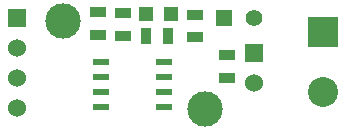
<source format=gts>
G04 (created by PCBNEW (2013-mar-13)-testing) date Вск 16 Фев 2014 22:18:45*
%MOIN*%
G04 Gerber Fmt 3.4, Leading zero omitted, Abs format*
%FSLAX34Y34*%
G01*
G70*
G90*
G04 APERTURE LIST*
%ADD10C,0.005906*%
%ADD11R,0.055000X0.035000*%
%ADD12R,0.047200X0.047200*%
%ADD13R,0.035000X0.055000*%
%ADD14R,0.060000X0.060000*%
%ADD15C,0.060000*%
%ADD16R,0.055100X0.023600*%
%ADD17R,0.055000X0.055000*%
%ADD18C,0.055000*%
%ADD19C,0.118110*%
%ADD20R,0.100000X0.100000*%
%ADD21C,0.100000*%
G04 APERTURE END LIST*
G54D10*
G54D11*
X57275Y-70525D03*
X57275Y-71275D03*
X56450Y-71250D03*
X56450Y-70500D03*
G54D12*
X58863Y-70550D03*
X58037Y-70550D03*
G54D13*
X58775Y-71300D03*
X58025Y-71300D03*
G54D11*
X59675Y-71325D03*
X59675Y-70575D03*
G54D14*
X53750Y-70675D03*
G54D15*
X53750Y-71675D03*
X53750Y-72675D03*
X53750Y-73675D03*
G54D14*
X61625Y-71850D03*
G54D15*
X61625Y-72850D03*
G54D16*
X58625Y-72150D03*
X56525Y-72150D03*
X58625Y-72650D03*
X58625Y-73150D03*
X58625Y-73650D03*
X56525Y-72650D03*
X56525Y-73150D03*
X56525Y-73650D03*
G54D17*
X60650Y-70675D03*
G54D18*
X61650Y-70675D03*
G54D11*
X60750Y-71925D03*
X60750Y-72675D03*
G54D19*
X55275Y-70775D03*
X60000Y-73725D03*
G54D20*
X63950Y-71150D03*
G54D21*
X63950Y-73150D03*
M02*

</source>
